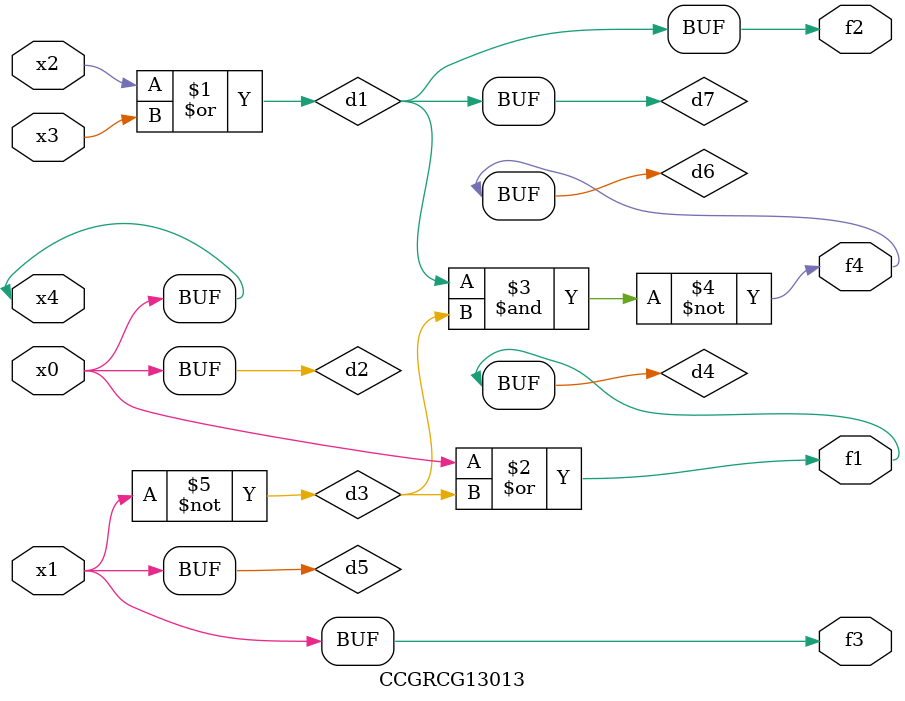
<source format=v>
module CCGRCG13013(
	input x0, x1, x2, x3, x4,
	output f1, f2, f3, f4
);

	wire d1, d2, d3, d4, d5, d6, d7;

	or (d1, x2, x3);
	buf (d2, x0, x4);
	not (d3, x1);
	or (d4, d2, d3);
	not (d5, d3);
	nand (d6, d1, d3);
	or (d7, d1);
	assign f1 = d4;
	assign f2 = d7;
	assign f3 = d5;
	assign f4 = d6;
endmodule

</source>
